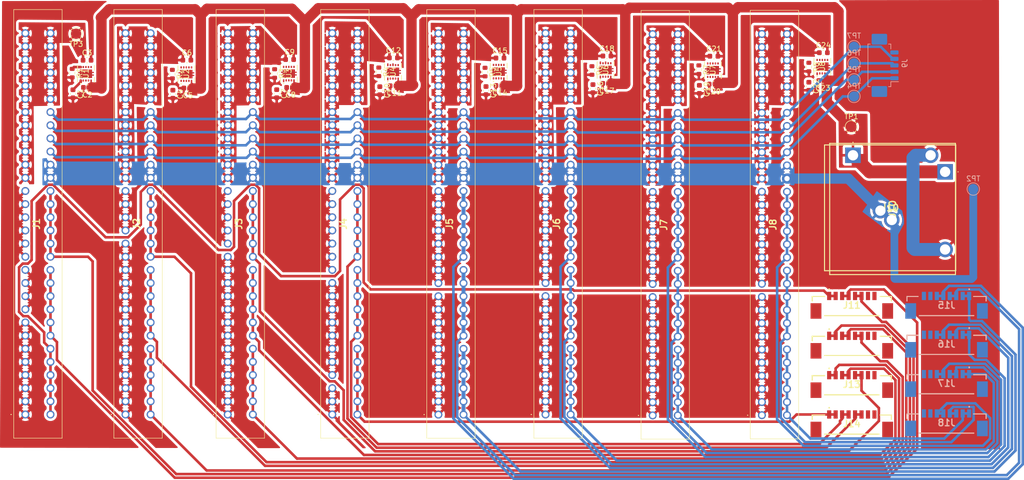
<source format=kicad_pcb>
(kicad_pcb (version 20230410) (generator pcbnew)
  (layers (0 "F.Cu" signal) (31 "B.Cu" signal) (34 "B.Paste" user) (35 "F.Paste" user) (36 "B.SilkS" user "B.Silkscreen") (37 "F.SilkS" user "F.Silkscreen") (38 "B.Mask" user) (39 "F.Mask" user) (44 "Edge.Cuts" user))
  (net 0 "")
  (net 1 "Net-(U1-DV{slash}DT)")
  (net 2 "GND")
  (net 3 "/12V")
  (net 4 "/Efuse 1/12Vout")
  (net 5 "Net-(U2-DV{slash}DT)")
  (net 6 "/Efuse 2/12Vout")
  (net 7 "Net-(U3-DV{slash}DT)")
  (net 8 "/Efuse 3/12Vout")
  (net 9 "Net-(U4-DV{slash}DT)")
  (net 10 "/Efuse 4/12Vout")
  (net 11 "Net-(U5-DV{slash}DT)")
  (net 12 "/Efuse 5/12Vout")
  (net 13 "Net-(U6-DV{slash}DT)")
  (net 14 "/Efuse 6/12Vout")
  (net 15 "Net-(U7-DV{slash}DT)")
  (net 16 "/Efuse 7/12Vout")
  (net 17 "Net-(U8-DV{slash}DT)")
  (net 18 "/Efuse 8/12Vout")
  (net 19 "/RX")
  (net 20 "/ESC1_PHASEA")
  (net 21 "/TX")
  (net 22 "/RX_1")
  (net 23 "/TX_1")
  (net 24 "/3V3")
  (net 25 "/ESC1_PHASEC")
  (net 26 "/ESC1_PHASEB")
  (net 27 "/ESC2_PHASEA")
  (net 28 "/ESC2_PHASEC")
  (net 29 "/ESC2_PHASEB")
  (net 30 "/ESC3_PHASEA")
  (net 31 "/ESC3_PHASEC")
  (net 32 "/ESC3_PHASEB")
  (net 33 "/ESC4_PHASEA")
  (net 34 "/ESC4_PHASEC")
  (net 35 "/ESC4_PHASEB")
  (net 36 "/ESC5_PHASEA")
  (net 37 "/ESC5_PHASEC")
  (net 38 "/ESC5_PHASEB")
  (net 39 "/ESC6_PHASEA")
  (net 40 "/ESC6_PHASEC")
  (net 41 "/ESC6_PHASEB")
  (net 42 "/ESC7_PHASEA")
  (net 43 "/ESC7_PHASEC")
  (net 44 "/ESC7_PHASEB")
  (net 45 "/ESC8_PHASEA")
  (net 46 "/ESC8_PHASEC")
  (net 47 "/ESC8_PHASEB")
  (net 80 "Net-(U1-ILIM)")
  (net 81 "Net-(U2-ILIM)")
  (net 82 "Net-(U3-ILIM)")
  (net 83 "Net-(U4-ILIM)")
  (net 84 "Net-(U5-ILIM)")
  (net 85 "Net-(U6-ILIM)")
  (net 86 "Net-(U7-ILIM)")
  (net 87 "Net-(U8-ILIM)")
  (footprint "Resistor_SMD:R_0603_1608Metric" (layer "F.Cu") (at 150.125 28.26 -90)
    (fp_text reference "R7")
    (fp_text value "20kΩ")
  )
  (footprint "1734260-8:17342608" (layer "F.Cu") (at 179.675 89.23)
    (fp_text reference "J13")
    (fp_text value "TE 1734260-8" hide)
  )
  (footprint "5530843-7:55308437" (layer "F.Cu") (at 99.8 94.9 90)
    (fp_text reference "J5")
    (fp_text value "5530843-7" hide)
  )
  (footprint "Capacitor_SMD:C_0603_1608Metric" (layer "F.Cu") (at 31.919999 26.432475)
    (fp_text reference "C3")
    (fp_text value "1μF")
  )
  (footprint "2606-1103:26061103020000" (layer "F.Cu") (at 197.7 48 -90)
    (fp_text reference "J10")
    (fp_text value "Wago 2606-1103" hide)
  )
  (footprint "TCKE812NA:WSON10B_TOS" (layer "F.Cu") (at 111.451001 28.640003 90)
    (fp_text reference "U5")
    (fp_text value "TCKE812NA,RF")
  )
  (footprint "Capacitor_SMD:C_0603_1608Metric" (layer "F.Cu") (at 91.2603 31.380306 180)
    (fp_text reference "C11")
    (fp_text value "1μF")
  )
  (footprint "5530843-7:55308437" (layer "F.Cu") (at 141.2 95.06 90)
    (fp_text reference "J7")
    (fp_text value "5530843-7" hide)
  )
  (footprint "5530843-7:55308437" (layer "F.Cu") (at 39.349 94.88 90)
    (fp_text reference "J2")
    (fp_text value "5530843-7" hide)
  )
  (footprint "TCKE812NA:WSON10B_TOS" (layer "F.Cu") (at 70.9 29.02 90)
    (fp_text reference "U3")
    (fp_text value "TCKE812NA,RF")
  )
  (footprint "Resistor_SMD:R_0603_1608Metric" (layer "F.Cu") (at 171.375 27.755 -90)
    (fp_text reference "R8")
    (fp_text value "20kΩ")
  )
  (footprint "Capacitor_SMD:C_0603_1608Metric" (layer "F.Cu") (at 68.560001 32.900003 -90)
    (fp_text reference "C7")
    (fp_text value "1nF")
  )
  (footprint "TCKE812NA:WSON10B_TOS" (layer "F.Cu") (at 51.1 29.12 90)
    (fp_text reference "U2")
    (fp_text value "TCKE812NA,RF")
  )
  (footprint "5530843-7:55308437" (layer "F.Cu") (at 59.1 94.88 90)
    (fp_text reference "J3")
    (fp_text value "5530843-7" hide)
  )
  (footprint "Capacitor_SMD:C_0603_1608Metric" (layer "F.Cu") (at 88.4853 32.32 -90)
    (fp_text reference "C10")
    (fp_text value "1nF")
  )
  (footprint "Resistor_SMD:R_0603_1608Metric" (layer "F.Cu") (at 29.044999 28.932475 -90)
    (fp_text reference "R1")
    (fp_text value "20kΩ")
  )
  (footprint "Capacitor_SMD:C_0603_1608Metric" (layer "F.Cu") (at 71.060001 26.300003)
    (fp_text reference "C9")
    (fp_text value "1μF")
  )
  (footprint "Capacitor_SMD:C_0603_1608Metric" (layer "F.Cu") (at 129.660298 31.919994 -90)
    (fp_text reference "C16")
    (fp_text value "1nF")
  )
  (footprint "Capacitor_SMD:C_0603_1608Metric" (layer "F.Cu") (at 111.711001 31.325006 180)
    (fp_text reference "C14")
    (fp_text value "1μF")
  )
  (footprint "TCKE812NA:WSON10B_TOS" (layer "F.Cu") (at 152.825001 28.360003 90)
    (fp_text reference "U7")
    (fp_text value "TCKE812NA,RF")
  )
  (footprint "Capacitor_SMD:C_0603_1608Metric" (layer "F.Cu") (at 51.399999 31.820003 180)
    (fp_text reference "C5")
    (fp_text value "1μF")
  )
  (footprint "Capacitor_SMD:C_0603_1608Metric" (layer "F.Cu") (at 132.335298 30.919994 180)
    (fp_text reference "C17")
    (fp_text value "1μF")
  )
  (footprint "5530843-7:55308437" (layer "F.Cu") (at 79.3 94.88 90)
    (fp_text reference "J4")
    (fp_text value "5530843-7" hide)
  )
  (footprint "TCKE812NA:WSON10B_TOS" (layer "F.Cu") (at 91.025001 28.680303 90)
    (fp_text reference "U4")
    (fp_text value "TCKE812NA,RF")
  )
  (footprint "Capacitor_SMD:C_0603_1608Metric" (layer "F.Cu") (at 91.1103 25.980306)
    (fp_text reference "C12")
    (fp_text value "1μF")
  )
  (footprint "Capacitor_SMD:C_0603_1608Metric" (layer "F.Cu") (at 51.199999 26.420003)
    (fp_text reference "C6")
    (fp_text value "1μF")
  )
  (footprint "Capacitor_SMD:C_0603_1608Metric" (layer "F.Cu") (at 29.2 32.92 -90)
    (fp_text reference "C1")
    (fp_text value "1nF")
  )
  (footprint "TCKE812NA:WSON10B_TOS" (layer "F.Cu") (at 31.699999 29.055079 90)
    (fp_text reference "U1")
    (fp_text value "TCKE812NA,RF")
  )
  (footprint "5530843-7:55308437" (layer "F.Cu") (at 20 94.88 90)
    (fp_text reference "J1")
    (fp_text value "5530843-7" hide)
  )
  (footprint "2606-1103:26061103020000" (layer "F.Cu") (at 179.9 44.8)
    (fp_text reference "J10")
    (fp_text value "Wago 2606-1103" hide)
  )
  (footprint "Capacitor_SMD:C_0603_1608Metric" (layer "F.Cu") (at 171.375 31.461006 -90)
    (fp_text reference "C22")
    (fp_text value "1nF")
  )
  (footprint "TCKE812NA:WSON10B_TOS" (layer "F.Cu") (at 132.099999 28.319997 90)
    (fp_text reference "U6")
    (fp_text value "TCKE812NA,RF")
  )
  (footprint "Resistor_SMD:R_0603_1608Metric" (layer "F.Cu") (at 48.399999 29.120003 -90)
    (fp_text reference "R2")
    (fp_text value "20kΩ")
  )
  (footprint "Capacitor_SMD:C_0603_1608Metric" (layer "F.Cu") (at 150.225 32.06 -90)
    (fp_text reference "C19")
    (fp_text value "1nF")
  )
  (footprint "Resistor_SMD:R_0603_1608Metric" (layer "F.Cu") (at 88.2853 28.680306 -90)
    (fp_text reference "R4")
    (fp_text value "20kΩ")
  )
  (footprint "1734260-8:17342608" (layer "F.Cu") (at 179.675 81.63)
    (fp_text reference "J12" hide)
    (fp_text value "TE 1734260-8" hide)
  )
  (footprint "5530843-7:55308437" (layer "F.Cu") (at 162.3 95.02 90)
    (fp_text reference "J8")
    (fp_text value "5530843-7" hide)
  )
  (footprint "Resistor_SMD:R_0603_1608Metric" (layer "F.Cu") (at 68.160001 29.000003 -90)
    (fp_text reference "R3")
    (fp_text value "20kΩ")
  )
  (footprint "Capacitor_SMD:C_0603_1608Metric" (layer "F.Cu") (at 111.7 26.02)
    (fp_text reference "C15")
    (fp_text value "1μF")
  )
  (footprint "Capacitor_SMD:C_0603_1608Metric" (layer "F.Cu") (at 71.260001 31.700003 180)
    (fp_text reference "C8")
    (fp_text value "1μF")
  )
  (footprint "TestPoint:TestPoint_Pad_D2.0mm" (layer "F.Cu") (at 179.583097 39.30368)
    (fp_text reference "TP1")
    (fp_text value "TestPoint")
  )
  (footprint "Capacitor_SMD:C_0603_1608Metric" (layer "F.Cu") (at 153.025 25.66)
    (fp_text reference "C21")
    (fp_text value "1μF")
  )
  (footprint "Resistor_SMD:R_0603_1608Metric" (layer "F.Cu") (at 129.460298 28.419994 -90)
    (fp_text reference "R6")
    (fp_text value "20kΩ")
  )
  (footprint "Capacitor_SMD:C_0603_1608Metric" (layer "F.Cu") (at 109 32.295 -90)
    (fp_text reference "C13")
    (fp_text value "1nF")
  )
  (footprint "TestPoint:TestPoint_Pad_D2.0mm" (layer "F.Cu") (at 29.8 21.32 180)
    (fp_text reference "TP3")
    (fp_text value "TestPoint")
  )
  (footprint "Capacitor_SMD:C_0603_1608Metric" (layer "F.Cu") (at 31.994998 31.695076 180)
    (fp_text reference "C2")
    (fp_text value "1μF")
  )
  (footprint "Capacitor_SMD:C_0603_1608Metric" (layer "F.Cu") (at 48.5 32.995 -90)
    (fp_text reference "C4")
    (fp_text value "1nF")
  )
  (footprint "Capacitor_SMD:C_0603_1608Metric" (layer "F.Cu") (at 152.9 31.06 180)
    (fp_text reference "C20")
    (fp_text value "1μF")
  )
  (footprint "TCKE812NA:WSON10B_TOS" (layer "F.Cu") (at 173.975001 27.681003 90)
    (fp_text reference "U8")
    (fp_text value "TCKE812NA,RF")
  )
  (footprint "Capacitor_SMD:C_0603_1608Metric" (layer "F.Cu") (at 132.360298 25.619994)
    (fp_text reference "C18")
    (fp_text value "1μF")
  )
  (footprint "1734260-8:17342608" (layer "F.Cu") (at 179.675 73.93)
    (fp_text reference "J11")
    (fp_text value "TE 1734260-8" hide)
  )
  (footprint "1734260-8:17342608" (layer "F.Cu") (at 179.675 96.83)
    (fp_text reference "J14")
    (fp_text value "TE 1734260-8" hide)
  )
  (footprint "Capacitor_SMD:C_0603_1608Metric" (layer "F.Cu") (at 174.175 24.98)
    (fp_text reference "C24")
    (fp_text value "1μF")
  )
  (footprint "Capacitor_SMD:C_0603_1608Metric" (layer "F.Cu") (at 174.075 30.38 180)
    (fp_text reference "C23")
    (fp_text value "1μF")
  )
  (footprint "Resistor_SMD:R_0603_1608Metric" (layer "F.Cu") (at 108.811001 28.725006 -90)
    (fp_text reference "R5")
    (fp_text value "20kΩ")
  )
  (footprint "5530843-7:55308437" (layer "F.Cu") (at 120.5 94.88 90)
    (fp_text reference "J6")
    (fp_text value "5530843-7" hide)
  )
  (footprint "1734260-8:17342608" (layer "B.Cu") (at 197.975 89.03 180)
    (fp_text reference "J17")
    (fp_text value "TE 1734260-8" hide)
  )
  (footprint "1734260-8:17342608" (layer "B.Cu") (at 197.975 81.43 180)
    (fp_text reference "J16")
    (fp_text value "TE 1734260-8" hide)
  )
  (footprint "TestPoint:TestPoint_Pad_D2.0mm" (layer "B.Cu") (at 180.1 23.83 180)
    (fp_text reference "TP7")
    (fp_text value "TestPoint")
  )
  (footprint "TestPoint:TestPoint_Pad_D2.0mm" (layer "B.Cu") (at 180.1 30.23 180)
    (fp_text reference "TP5")
    (fp_text value "TestPoint")
  )
  (footprint "TestPoint:TestPoint_Pad_D2.0mm" (layer "B.Cu") (at 203.14 51.32 180)
    (fp_text reference "TP2")
    (fp_text value "TestPoint")
  )
  (footprint "Connector_Molex:Molex_PicoBlade_53261-0571_1x05-1MP_P1.25mm_Horizontal" (layer "B.Cu") (at 185.5 27.43 90)
    (fp_text reference "J9")
    (fp_text value "Molex PicoBlade 53261-0571")
  )
  (footprint "TestPoint:TestPoint_Pad_D2.0mm" (layer "B.Cu") (at 180.1 27.03 180)
    (fp_text reference "TP6")
    (fp_text value "TestPoint")
  )
  (footprint "1734260-8:17342608" (layer "B.Cu") (at 197.975 96.63 180)
    (fp_text reference "J18")
    (fp_text value "TE 1734260-8" hide)
  )
  (footprint "TestPoint:TestPoint_Pad_D2.0mm" (layer "B.Cu") (at 180.1 33.43 180)
    (fp_text reference "TP4")
    (fp_text value "TestPoint")
  )
  (footprint "1734260-8:17342608" (layer "B.Cu") (at 197.975 73.93 180)
    (fp_text reference "J15")
    (fp_text value "TE 1734260-8" hide)
  )
  (segment (start 30.699998 30.355076) (end 30.699998 30.645002) (width 0.5) (layer "F.Cu") (net 1))
  (segment (start 30.699998 30.645002) (end 29.2 32.145) (width 0.5) (layer "F.Cu") (net 1))
  (segment (start 191.5 62.7) (end 191.8 63) (width 0.25) (layer "B.Cu") (net 2))
  (segment (start 191.8 63) (end 197.7 63) (width 2.5) (layer "B.Cu") (net 2))
  (segment (start 191.5 45.3) (end 192 44.8) (width 2.5) (layer "B.Cu") (net 2))
  (segment (start 192 44.8) (end 194.9 44.8) (width 2.5) (layer "B.Cu") (net 2))
  (segment (start 191.5 62.7) (end 191.5 45.3) (width 2.5) (layer "B.Cu") (net 2))
  (segment (start 177.1 17) (end 177.1 30.4) (width 2) (layer "F.Cu") (net 3))
  (segment (start 174.85 30.38) (end 174.85 34.570583) (width 2) (layer "F.Cu") (net 3))
  (segment (start 156.7 30.8) (end 153.935 30.8) (width 2) (layer "F.Cu") (net 3))
  (segment (start 112.585501 31.4) (end 112.585501 31.325006) (width 2) (layer "F.Cu") (net 3))
  (segment (start 94.9 31.2) (end 94.719694 31.380306) (width 2) (layer "F.Cu") (net 3))
  (segment (start 135.9 17.1) (end 136.7 16.3) (width 2) (layer "F.Cu") (net 3))
  (segment (start 115 31.4) (end 112.585501 31.4) (width 2) (layer "F.Cu") (net 3))
  (segment (start 32.769998 31.695076) (end 34.495076 31.695076) (width 2) (layer "F.Cu") (net 3))
  (segment (start 36.2 16.6) (end 34.6 18.2) (width 2) (layer "F.Cu") (net 3))
  (segment (start 133.209798 31) (end 133.209798 30.919994) (width 2) (layer "F.Cu") (net 3))
  (segment (start 94.6 30.9) (end 94.9 31.2) (width 2) (layer "F.Cu") (net 3))
  (segment (start 197.7 48) (end 183.1 48) (width 2.5) (layer "F.Cu") (net 3))
  (segment (start 115 17.4) (end 115 31.4) (width 2) (layer "F.Cu") (net 3))
  (segment (start 114.2 16.6) (end 115 17.4) (width 2) (layer "F.Cu") (net 3))
  (segment (start 135.9 31) (end 133.209798 31) (width 2) (layer "F.Cu") (net 3))
  (segment (start 153.935 30.8) (end 153.7745 30.9605) (width 2) (layer "F.Cu") (net 3))
  (segment (start 34.7 18.3) (end 34.7 31.9) (width 2) (layer "F.Cu") (net 3))
  (segment (start 155.8 16.3) (end 156.7 17.2) (width 2) (layer "F.Cu") (net 3))
  (segment (start 96 16.6) (end 114.2 16.6) (width 2) (layer "F.Cu") (net 3))
  (segment (start 74 31.8) (end 72.134998 31.8) (width 2) (layer "F.Cu") (net 3))
  (segment (start 115.8 16.6) (end 135.4 16.6) (width 2) (layer "F.Cu") (net 3))
  (segment (start 156.7 17.2) (end 156.7 30.8) (width 2) (layer "F.Cu") (net 3))
  (segment (start 71.5 16.5) (end 74 19) (width 2) (layer "F.Cu") (net 3))
  (segment (start 72.134501 31.799503) (end 72.134501 31.700003) (width 2) (layer "F.Cu") (net 3))
  (segment (start 94.6 18) (end 94.6 30.9) (width 2) (layer "F.Cu") (net 3))
  (segment (start 93 16.4) (end 94.6 18) (width 2) (layer "F.Cu") (net 3))
  (segment (start 153.7745 30.9605) (end 153.7745 31.06) (width 2) (layer "F.Cu") (net 3))
  (segment (start 94.6 18) (end 96 16.6) (width 2) (layer "F.Cu") (net 3))
  (segment (start 52.8 16.6) (end 36.2 16.6) (width 2) (layer "F.Cu") (net 3))
  (segment (start 157.7 16.2) (end 176.3 16.2) (width 2) (layer "F.Cu") (net 3))
  (segment (start 74 19) (end 74 31.8) (width 2) (layer "F.Cu") (net 3))
  (segment (start 135.9 17.1) (end 135.9 31) (width 2) (layer "F.Cu") (net 3))
  (segment (start 136.7 16.3) (end 155.8 16.3) (width 2) (layer "F.Cu") (net 3))
  (segment (start 74 19) (end 76.6 16.4) (width 2) (layer "F.Cu") (net 3))
  (segment (start 53.9 17.7) (end 52.8 16.6) (width 2) (layer "F.Cu") (net 3))
  (segment (start 53.9 17.7) (end 55.1 16.5) (width 2) (layer "F.Cu") (net 3))
  (segment (start 34.6 18.2) (end 34.7 18.3) (width 2) (layer "F.Cu") (net 3))
  (segment (start 94.719694 31.380306) (end 92.1348 31.380306) (width 2) (layer "F.Cu") (net 3))
  (segment (start 55.1 16.5) (end 71.5 16.5) (width 2) (layer "F.Cu") (net 3))
  (segment (start 34.495076 31.695076) (end 34.7 31.9) (width 0.25) (layer "F.Cu") (net 3))
  (segment (start 76.6 16.4) (end 93 16.4) (width 2) (layer "F.Cu") (net 3))
  (segment (start 53.9 31.9) (end 52.254996 31.9) (width 2) (layer "F.Cu") (net 3))
  (segment (start 72.134998 31.8) (end 72.134501 31.799503) (width 2) (layer "F.Cu") (net 3))
  (segment (start 115 17.4) (end 115.8 16.6) (width 2) (layer "F.Cu") (net 3))
  (segment (start 52.254996 31.9) (end 52.174999 31.820003) (width 0.25) (layer "F.Cu") (net 3))
  (segment (start 53.9 17.7) (end 53.9 31.9) (width 2) (layer "F.Cu") (net 3))
  (segment (start 177.1 30.4) (end 174.9495 30.4) (width 2) (layer "F.Cu") (net 3))
  (segment (start 183.1 48) (end 179.9 44.8) (width 2.5) (layer "F.Cu") (net 3))
  (segment (start 135.4 16.6) (end 135.9 17.1) (width 2) (layer "F.Cu") (net 3))
  (segment (start 156.7 17.2) (end 157.7 16.2) (width 2) (layer "F.Cu") (net 3))
  (segment (start 174.85 34.570583) (end 179.583097 39.30368) (width 2) (layer "F.Cu") (net 3))
  (segment (start 176.3 16.2) (end 177.1 17) (width 2) (layer "F.Cu") (net 3))
  (segment (start 174.9495 30.4) (end 174.9495 30.38) (width 2) (layer "F.Cu") (net 3))
  (segment (start 24.951 21.32) (end 24.851 21.22) (width 0.25) (layer "F.Cu") (net 4))
  (segment (start 165.9395 45.4315) (end 167.151 44.22) (width 0.5) (layer "B.Cu") (net 19))
  (segment (start 144.8395 45.4715) (end 146.051 44.26) (width 0.5) (layer "B.Cu") (net 19))
  (segment (start 84.151 44.08) (end 85.3825 45.3115) (width 0.5) (layer "B.Cu") (net 19))
  (segment (start 24.851 44.08) (end 25.9375 45.1665) (width 0.5) (layer "B.Cu") (net 19))
  (segment (start 183.6 29.93) (end 180.1 33.43) (width 0.5) (layer "B.Cu") (net 19))
  (segment (start 85.3825 45.3115) (end 103.4395 45.3115) (width 0.5) (layer "B.Cu") (net 19))
  (segment (start 105.8425 45.2915) (end 124.1395 45.2915) (width 0.5) (layer "B.Cu") (net 19))
  (segment (start 146.051 44.26) (end 147.2225 45.4315) (width 0.5) (layer "B.Cu") (net 19))
  (segment (start 43.1135 45.1665) (end 44.2 44.08) (width 0.5) (layer "B.Cu") (net 19))
  (segment (start 147.2225 45.4315) (end 165.9395 45.4315) (width 0.5) (layer "B.Cu") (net 19))
  (segment (start 103.4395 45.3115) (end 104.651 44.1) (width 0.5) (layer "B.Cu") (net 19))
  (segment (start 44.2 44.08) (end 45.4115 45.2915) (width 0.5) (layer "B.Cu") (net 19))
  (segment (start 65.1625 45.2915) (end 82.9395 45.2915) (width 0.5) (layer "B.Cu") (net 19))
  (segment (start 124.1395 45.2915) (end 125.351 44.08) (width 0.5) (layer "B.Cu") (net 19))
  (segment (start 177.941 33.43) (end 167.151 44.22) (width 0.5) (layer "B.Cu") (net 19))
  (segment (start 25.9375 45.1665) (end 43.1135 45.1665) (width 0.5) (layer "B.Cu") (net 19))
  (segment (start 187.9 29.93) (end 183.6 29.93) (width 0.5) (layer "B.Cu") (net 19))
  (segment (start 63.951 44.08) (end 65.1625 45.2915) (width 0.5) (layer "B.Cu") (net 19))
  (segment (start 126.7425 45.4715) (end 144.8395 45.4715) (width 0.5) (layer "B.Cu") (net 19))
  (segment (start 104.651 44.1) (end 105.8425 45.2915) (width 0.5) (layer "B.Cu") (net 19))
  (segment (start 180.1 33.43) (end 177.941 33.43) (width 0.5) (layer "B.Cu") (net 19))
  (segment (start 82.9395 45.2915) (end 84.151 44.08) (width 0.5) (layer "B.Cu") (net 19))
  (segment (start 45.4115 45.2915) (end 62.7395 45.2915) (width 0.5) (layer "B.Cu") (net 19))
  (segment (start 125.351 44.08) (end 126.7425 45.4715) (width 0.5) (layer "B.Cu") (net 19))
  (segment (start 62.7395 45.2915) (end 63.951 44.08) (width 0.5) (layer "B.Cu") (net 19))
  (segment (start 69.41582 68.1515) (end 65.1625 63.89818) (width 0.5) (layer "F.Cu") (net 20))
  (segment (start 20.50182 65.7285) (end 19.49818 65.7285) (width 0.5) (layer "F.Cu") (net 20))
  (segment (start 175.3 71.98) (end 174.2685 70.9485) (width 0.5) (layer "F.Cu") (net 20))
  (segment (start 86.7115 70.7115) (end 85.3625 69.3625) (width 0.5) (layer "F.Cu") (net 20))
  (segment (start 65.1625 51.19818) (end 64.45282 50.4885) (width 0.5) (layer "F.Cu") (net 20))
  (segment (start 19.49818 65.7285) (end 18.7885 66.43818) (width 0.5) (layer "F.Cu") (net 20))
  (segment (start 83.64918 50.4885) (end 80.8 53.33768) (width 0.5) (layer "F.Cu") (net 20))
  (segment (start 63.44918 50.4885) (end 60.3115 53.62618) (width 0.5) (layer "F.Cu") (net 20))
  (segment (start 80.8 53.33768) (end 80.8 67.15332) (width 0.5) (layer "F.Cu") (net 20))
  (segment (start 85.3625 51.19818) (end 84.65282 50.4885) (width 0.5) (layer "F.Cu") (net 20))
  (segment (start 125.75582 70.7115) (end 86.7115 70.7115) (width 0.5) (layer "F.Cu") (net 20))
  (segment (start 125.99282 70.9485) (end 125.75582 70.7115) (width 0.5) (layer "F.Cu") (net 20))
  (segment (start 23.6395 80.9685) (end 24.851 82.18) (width 0.5) (layer "F.Cu") (net 20))
  (segment (start 25.35282 50.4885) (end 24.34918 50.4885) (width 0.5) (layer "F.Cu") (net 20))
  (segment (start 23.6395 79.02618) (end 23.6395 80.9685) (width 0.5) (layer "F.Cu") (net 20))
  (segment (start 80.8 67.15332) (end 79.80182 68.1515) (width 0.5) (layer "F.Cu") (net 20))
  (segment (start 174.2685 70.9485) (end 125.99282 70.9485) (width 0.5) (layer "F.Cu") (net 20))
  (segment (start 24.851 94.88) (end 24.851 82.18) (width 0.5) (layer "F.Cu") (net 20))
  (segment (start 59.69032 63.1) (end 57.31332 63.1) (width 0.5) (layer "F.Cu") (net 20))
  (segment (start 21.2115 53.62618) (end 21.2115 65.01882) (width 0.5) (layer "F.Cu") (net 20))
  (segment (start 60.3115 62.47882) (end 59.69032 63.1) (width 0.5) (layer "F.Cu") (net 20))
  (segment (start 43.69818 50.4885) (end 42.3 51.88668) (width 0.5) (layer "F.Cu") (net 20))
  (segment (start 18.7885 75.06182) (end 19.61518 75.8885) (width 0.5) (layer "F.Cu") (net 20))
  (segment (start 84.65282 50.4885) (end 83.64918 50.4885) (width 0.5) (layer "F.Cu") (net 20))
  (segment (start 24.34918 50.4885) (end 21.2115 53.62618) (width 0.5) (layer "F.Cu") (net 20))
  (segment (start 39.85082 60.6485) (end 35.51282 60.6485) (width 0.5) (layer "F.Cu") (net 20))
  (segment (start 42.3 58.19932) (end 39.85082 60.6485) (width 0.5) (layer "F.Cu") (net 20))
  (segment (start 64.45282 50.4885) (end 63.44918 50.4885) (width 0.5) (layer "F.Cu") (net 20))
  (segment (start 79.80182 68.1515) (end 69.41582 68.1515) (width 0.5) (layer "F.Cu") (net 20))
  (segment (start 65.1625 63.89818) (end 65.1625 51.19818) (width 0.5) (layer "F.Cu") (net 20))
  (segment (start 18.7885 66.43818) (end 18.7885 75.06182) (width 0.5) (layer "F.Cu") (net 20))
  (segment (start 176.55 71.98) (end 175.3 71.98) (width 0.5) (layer "F.Cu") (net 20))
  (segment (start 57.31332 63.1) (end 44.70182 50.4885) (width 0.5) (layer "F.Cu") (net 20))
  (segment (start 42.3 51.88668) (end 42.3 58.19932) (width 0.5) (layer "F.Cu") (net 20))
  (segment (start 19.61518 75.8885) (end 20.50182 75.8885) (width 0.5) (layer "F.Cu") (net 20))
  (segment (start 60.3115 53.62618) (end 60.3115 62.47882) (width 0.5) (layer "F.Cu") (net 20))
  (segment (start 44.70182 50.4885) (end 43.69818 50.4885) (width 0.5) (layer "F.Cu") (net 20))
  (segment (start 85.3625 69.3625) (end 85.3625 51.19818) (width 0.5) (layer "F.Cu") (net 20))
  (segment (start 20.50182 75.8885) (end 23.6395 79.02618) (width 0.5) (layer "F.Cu") (net 20))
  (segment (start 21.2115 65.01882) (end 20.50182 65.7285) (width 0.5) (layer "F.Cu") (net 20))
  (segment (start 35.51282 60.6485) (end 25.35282 50.4885) (width 0.5) (layer "F.Cu") (net 20))
  (segment (start 84.151 41.54) (end 85.3825 42.7715) (width 0.5) (layer "B.Cu") (net 21))
  (segment (start 147.2225 42.8915) (end 165.9395 42.8915) (width 0.5) (layer "B.Cu") (net 21))
  (segment (start 103.4395 42.7715) (end 104.651 41.56) (width 0.5) (layer "B.Cu") (net 21))
  (segment (start 124.1395 42.7515) (end 125.351 41.54) (width 0.5) (layer "B.Cu") (net 21))
  (segment (start 105.8425 42.7515) (end 124.1395 42.7515) (width 0.5) (layer "B.Cu") (net 21))
  (segment (start 146.051 41.72) (end 147.2225 42.8915) (width 0.5) (layer "B.Cu") (net 21))
  (segment (start 62.6225 42.8685) (end 63.951 41.54) (width 0.5) (layer "B.Cu") (net 21))
  (segment (start 44.2 41.54) (end 45.5285 42.8685) (width 0.5) (layer "B.Cu") (net 21))
  (segment (start 178.601 30.23) (end 167.151 41.68) (width 0.5) (layer "B.Cu") (net 21))
  (segment (start 144.8395 42.9315) (end 146.051 41.72) (width 0.5) (layer "B.Cu") (net 21))
  (segment (start 180.1 30.23) (end 178.601 30.23) (width 0.5) (layer "B.Cu") (net 21))
  (segment (start 65.1625 42.7515) (end 82.9395 42.7515) (width 0.5) (layer "B.Cu") (net 21))
  (segment (start 187.9 28.68) (end 181.65 28.68) (width 0.5) (layer "B.Cu") (net 21))
  (segment (start 125.351 41.54) (end 126.7425 42.9315) (width 0.5) (layer "B.Cu") (net 21))
  (segment (start 181.65 28.68) (end 180.1 30.23) (width 0.5) (layer "B.Cu") (net 21))
  (segment (start 25.9375 42.6265) (end 43.1135 42.6265) (width 0.5) (layer "B.Cu") (net 21))
  (segment (start 104.651 41.56) (end 105.8425 42.7515) (width 0.5) (layer "B.Cu") (net 21))
  (segment (start 85.3825 42.7715) (end 103.4395 42.7715) (width 0.5) (layer "B.Cu") (net 21))
  (segment (start 63.951 41.54) (end 65.1625 42.7515) (width 0.5) (layer "B.Cu") (net 21))
  (segment (start 82.9395 42.7515) (end 84.151 41.54) (width 0.5) (layer "B.Cu") (net 21))
  (segment (start 24.851 41.54) (end 25.9375 42.6265) (width 0.5) (layer "B.Cu") (net 21))
  (segment (start 43.1135 42.6265) (end 44.2 41.54) (width 0.5) (layer "B.Cu") (net 21))
  (segment (start 45.5285 42.8685) (end 62.6225 42.8685) (width 0.5) (layer "B.Cu") (net 21))
  (segment (start 126.7425 42.9315) (end 144.8395 42.9315) (width 0.5) (layer "B.Cu") (net 21))
  (segment (start 165.9395 42.8915) (end 167.151 41.68) (width 0.5) (layer "B.Cu") (net 21))
  (segment (start 187.5 27.03) (end 180.1 27.03) (width 0.5) (layer "B.Cu") (net 22))
  (segment (start 147.2225 40.3515) (end 165.9395 40.3515) (width 0.5) (layer "B.Cu") (net 22))
  (segment (start 63.951 39) (end 65.2795 40.3285) (width 0.5) (layer "B.Cu") (net 22))
  (segment (start 43.1135 40.0865) (end 44.2 39) (width 0.5) (layer "B.Cu") (net 22))
  (segment (start 104.651 39.02) (end 105.8425 40.2115) (width 0.5) (layer "B.Cu") (net 22))
  (segment (start 25.9375 40.0865) (end 43.1135 40.0865) (width 0.5) (layer "B.Cu") (net 22))
  (segment (start 103.4395 40.2315) (end 104.651 39.02) (width 0.5) (layer "B.Cu") (net 22))
  (segment (start 62.6225 40.3285) (end 63.951 39) (width 0.5) (layer "B.Cu") (net 22))
  (segment (start 187.9 27.43) (end 187.5 27.03) (width 0.5) (layer "B.Cu") (net 22))
  (segment (start 125.351 39) (end 126.7425 40.3915) (width 0.5) (layer "B.Cu") (net 22))
  (segment (start 65.2795 40.3285) (end 82.8225 40.3285) (width 0.5) (layer "B.Cu") (net 22))
  (segment (start 167.99 39.14) (end 167.151 39.14) (width 0.5) (layer "B.Cu") (net 22))
  (segment (start 44.2 39) (end 45.5285 40.3285) (width 0.5) (layer "B.Cu") (net 22))
  (segment (start 105.8425 40.2115) (end 124.1395 40.2115) (width 0.5) (layer "B.Cu") (net 22))
  (segment (start 45.5285 40.3285) (end 62.6225 40.3285) (width 0.5) (layer "B.Cu") (net 22))
  (segment (start 24.851 39) (end 25.9375 40.0865) (width 0.5) (layer "B.Cu") (net 22))
  (segment (start 144.8395 40.3915) (end 146.051 39.18) (width 0.5) (layer "B.Cu") (net 22))
  (segment (start 126.7425 40.3915) (end 144.8395 40.3915) (width 0.5) (layer "B.Cu") (net 22))
  (segment (start 84.151 39) (end 85.3825 40.2315) (width 0.5) (layer "B.Cu") (net 22))
  (segment (start 165.9395 40.3515) (end 167.151 39.14) (width 0.5) (layer "B.Cu") (net 22))
  (segment (start 124.1395 40.2115) (end 125.351 39) (width 0.5) (layer "B.Cu") (net 22))
  (segment (start 82.8225 40.3285) (end 84.151 39) (width 0.5) (layer "B.Cu") (net 22))
  (segment (start 85.3825 40.2315) (end 103.4395 40.2315) (width 0.5) (layer "B.Cu") (net 22))
  (segment (start 180.1 27.03) (end 167.99 39.14) (width 0.5) (layer "B.Cu") (net 22))
  (segment (start 146.051 39.18) (end 147.2225 40.3515) (width 0.5) (layer "B.Cu") (net 22))
  (segment (start 147.3395 37.9285) (end 165.8225 37.9285) (width 0.5) (layer "B.Cu") (net 23))
  (segment (start 187.608245 26.18) (end 185.258245 23.83) (width 0.5) (layer "B.Cu") (net 23))
  (segment (start 105.8425 37.6715) (end 124.1395 37.6715) (width 0.5) (layer "B.Cu") (net 23))
  (segment (start 26.3045 37.9135) (end 42.7465 37.9135) (width 0.5) (layer "B.Cu") (net 23))
  (segment (start 185.258245 23.83) (end 180.1 23.83) (width 0.5) (layer "B.Cu") (net 23))
  (segment (start 45.5285 37.7885) (end 62.6225 37.7885) (width 0.5) (layer "B.Cu") (net 23))
  (segment (start 62.6225 37.7885) (end 63.951 36.46) (width 0.5) (layer "B.Cu") (net 23))
  (segment (start 144.8395 37.8515) (end 146.051 36.64) (width 0.5) (layer "B.Cu") (net 23))
  (segment (start 103.3225 37.8085) (end 104.651 36.48) (width 0.5) (layer "B.Cu") (net 23))
  (segment (start 63.951 36.46) (end 65.2795 37.7885) (width 0.5) (layer "B.Cu") (net 23))
  (segment (start 84.151 36.46) (end 85.4995 37.8085) (width 0.5) (layer "B.Cu") (net 23))
  (segment (start 126.7425 37.8515) (end 144.8395 37.8515) (width 0.5) (layer "B.Cu") (net 23))
  (segment (start 125.351 36.46) (end 126.7425 37.8515) (width 0.5) (layer "B.Cu") (net 23))
  (segment (start 85.4995 37.8085) (end 103.3225 37.8085) (width 0.5) (layer "B.Cu") (net 23))
  (segment (start 187.9 26.18) (end 187.608245 26.18) (width 0.25) (layer "B.Cu") (net 23))
  (segment (start 146.051 36.64) (end 147.3395 37.9285) (width 0.5) (layer "B.Cu") (net 23))
  (segment (start 24.851 36.46) (end 26.3045 37.9135) (width 0.5) (layer "B.Cu") (net 23))
  (segment (start 82.8225 37.7885) (end 84.151 36.46) (width 0.5) (layer "B.Cu") (net 23))
  (segment (start 44.2 36.46) (end 45.5285 37.7885) (width 0.5) (layer "B.Cu") (net 23))
  (segment (start 165.8225 37.9285) (end 167.151 36.6) (width 0.5) (layer "B.Cu") (net 23))
  (segment (start 167.33 36.6) (end 167.151 36.6) (width 0.5) (layer "B.Cu") (net 23))
  (segment (start 65.2795 37.7885) (end 82.8225 37.7885) (width 0.5) (layer "B.Cu") (net 23))
  (segment (start 42.7465 37.9135) (end 44.2 36.46) (width 0.5) (layer "B.Cu") (net 23))
  (segment (start 180.1 23.83) (end 167.33 36.6) (width 0.5) (layer "B.Cu") (net 23))
  (segment (start 124.1395 37.6715) (end 125.351 36.46) (width 0.5) (layer "B.Cu") (net 23))
  (segment (start 104.651 36.48) (end 105.8425 37.6715) (width 0.5) (layer "B.Cu") (net 23))
  (segment (start 187.9 57.52) (end 187.9 68.6) (width 1.5) (layer "B.Cu") (net 24))
  (segment (start 202.8 68.7) (end 203.14 68.36) (width 1.5) (layer "B.Cu") (net 24))
  (segment (start 187.9 68.6) (end 188 68.7) (width 0.25) (layer "B.Cu") (net 24))
  (segment (start 203.14 68.36) (end 203.14 51.32) (width 1.5) (layer "B.Cu") (net 24))
  (segment (start 179 49.3) (end 185.2 55.5) (width 2) (layer "B.Cu") (net 24))
  (segment (start 188 68.7) (end 202.8 68.7) (width 1.5) (layer "B.Cu") (net 24))
  (segment (start 167.151 49.3) (end 179 49.3) (width 2) (layer "B.Cu") (net 24))
  (segment (start 33 90.24432) (end 33 65.3) (width 0.5) (layer "F.Cu") (net 25))
  (segment (start 191.597 101.17821) (end 186.37571 106.3995) (width 0.5) (layer "F.Cu") (net 25))
  (segment (start 181.55 73.0495) (end 185.5015 77.001) (width 0.5) (layer "F.Cu") (net 25))
  (segment (start 49.15518 106.3995) (end 33 90.24432) (width 0.5) (layer "F.Cu") (net 25))
  (segment (start 33 65.3) (end 32.1 64.4) (width 0.5) (layer "F.Cu") (net 25))
  (segment (start 32.1 64.4) (end 24.851 64.4) (width 0.5) (layer "F.Cu") (net 25))
  (segment (start 181.55 71.98) (end 180.3 71.98) (width 0.5) (layer "F.Cu") (net 25))
  (segment (start 24.851 64.4) (end 24.851 51.7) (width 0.5) (layer "F.Cu") (net 25))
  (segment (start 181.55 71.98) (end 181.55 73.0495) (width 0.5) (layer "F.Cu") (net 25))
  (segment (start 185.5015 77.001) (end 186.279484 77.001) (width 0.5) (layer "F.Cu") (net 25))
  (segment (start 186.37571 106.3995) (end 49.15518 106.3995) (width 0.5) (layer "F.Cu") (net 25))
  (segment (start 191.597 82.318516) (end 191.597 101.17821) (width 0.5) (layer "F.Cu") (net 25))
  (segment (start 186.279484 77.001) (end 191.597 82.318516) (width 0.5) (layer "F.Cu") (net 25))
  (segment (start 192.2965 101.467952) (end 186.664452 107.1) (width 0.5) (layer "F.Cu") (net 26))
  (segment (start 179.05 71.98) (end 177.8 71.98) (width 0.5) (layer "F.Cu") (net 26))
  (segment (start 185.8995 70.7305) (end 192.2965 77.1275) (width 0.5) (layer "F.Cu") (net 26))
  (segment (start 186.664452 107.1) (end 48.866438 107.1) (width 0.5) (layer "F.Cu") (net 26))
  (segment (start 48.866438 107.1) (end 26.1 84.333562) (width 0.5) (layer "F.Cu") (net 26))
  (segment (start 179.4505 70.7305) (end 185.8995 70.7305) (width 0.5) (layer "F.Cu") (net 26))
  (segment (start 192.2965 77.1275) (end 192.2965 101.467952) (width 0.5) (layer "F.Cu") (net 26))
  (segment (start 26.1 80.889) (end 24.851 79.64) (width 0.5) (layer "F.Cu") (net 26))
  (segment (start 24.851 79.64) (end 24.851 66.94) (width 0.5) (layer "F.Cu") (net 26))
  (segment (start 26.1 84.333562) (end 26.1 80.889) (width 0.5) (layer "F.Cu") (net 26))
  (segment (start 179.05 71.131) (end 179.4505 70.7305) (width 0.5) (layer "F.Cu") (net 26))
  (segment (start 179.05 71.98) (end 179.05 71.131) (width 0.5) (layer "F.Cu") (net 26))
  (segment (start 176.55 79.68) (end 175.3 79.68) (width 0.5) (layer "F.Cu") (net 27))
  (segment (start 44.2 94.88) (end 44.2 82.18) (width 0.5) (layer "F.Cu") (net 27))
  (segment (start 55.02 105.7) (end 44.2 94.88) (width 0.5) (layer "F.Cu") (net 27))
  (segment (start 185.989742 77.7005) (end 190.8975 82.608258) (width 0.5) (layer "F.Cu") (net 27))
  (segment (start 177.6805 77.7005) (end 185.989742 77.7005) (width 0.5) (layer "F.Cu") (net 27))
  (segment (start 176.55 78.831) (end 177.6805 77.7005) (width 0.5) (layer "F.Cu") (net 27))
  (segment (start 176.55 79.68) (end 176.55 78.831) (width 0.5) (layer "F.Cu") (net 27))
  (segment (start 190.8975 100.888468) (end 186.085968 105.7) (width 0.5) (layer "F.Cu") (net 27))
  (segment (start 190.8975 82.608258) (end 190.8975 100.888468) (width 0.5) (layer "F.Cu") (net 27))
  (segment (start 186.085968 105.7) (end 55.02 105.7) (width 0.5) (layer "F.Cu") (net 27))
  (segment (start 44.2 64.4) (end 44.2 51.7) (width 0.5) (layer "F.Cu") (net 28))
  (segment (start 66.5975 104.0975) (end 52 89.5) (width 0.5) (layer "F.Cu") (net 28))
  (segment (start 52 89.5) (end 52 67.6) (width 0.5) (layer "F.Cu") (net 28))
  (segment (start 181.55 79.68) (end 180.3 79.68) (width 0.5) (layer "F.Cu") (net 28))
  (segment (start 186.489242 84.6) (end 189.4985 87.609258) (width 0.5) (layer "F.Cu") (net 28))
  (segment (start 185.171 84.6) (end 186.489242 84.6) (width 0.5) (layer "F.Cu") (net 28))
  (segment (start 48.8 64.4) (end 44.2 64.4) (width 0.5) (layer "F.Cu") (net 28))
  (segment (start 185.709984 104.0975) (end 66.5975 104.0975) (width 0.5) (layer "F.Cu") (net 28))
  (segment (start 181.55 79.68) (end 181.55 80.979) (width 0.5) (layer "F.Cu") (net 28))
  (segment (start 189.4985 87.609258) (end 189.4985 100.308984) (width 0.5) (layer "F.Cu") (net 28))
  (segment (start 52 67.6) (end 48.8 64.4) (width 0.5) (layer "F.Cu") (net 28))
  (segment (start 181.55 80.979) (end 185.171 84.6) (width 0.5) (layer "F.Cu") (net 28))
  (segment (start 189.4985 100.308984) (end 185.709984 104.0975) (width 0.5) (layer "F.Cu") (net 28))
  (segment (start 66.307758 104.797) (end 45.4115 83.900742) (width 0.5) (layer "F.Cu") (net 29))
  (segment (start 179.05 78.831) (end 179.481 78.4) (width 0.5) (layer "F.Cu") (net 29))
  (segment (start 185.7 78.4) (end 190.198 82.898) (width 0.5) (layer "F.Cu") (net 29))
  (segment (start 190.198 100.598726) (end 185.999726 104.797) (width 0.5) (layer "F.Cu") (net 29))
  (segment (start 45.4115 80.8515) (end 44.2 79.64) (width 0.5) (layer "F.Cu") (net 29))
  (segment (start 179.05 79.68) (end 177.8 79.68) (width 0.5) (layer "F.Cu") (net 29))
  (segment (start 185.999726 104.797) (end 66.307758 104.797) (width 0.5) (layer "F.Cu") (net 29))
  (segment (start 44.2 79.64) (end 44.2 66.94) (width 0.5) (layer "F.Cu") (net 29))
  (segment (start 45.4115 83.900742) (end 45.4115 80.8515) (width 0.5) (layer "F.Cu") (net 29))
  (segment (start 190.198 82.898) (end 190.198 100.598726) (width 0.5) (layer "F.Cu") (net 29))
  (segment (start 179.05 79.68) (end 179.05 78.831) (width 0.5) (layer "F.Cu") (net 29))
  (segment (start 179.481 78.4) (end 185.7 78.4) (width 0.5) (layer "F.Cu") (net 29))
  (segment (start 63.951 94.88) (end 63.951 82.18) (width 0.5) (layer "F.Cu") (net 30))
  (segment (start 176.55 85.98) (end 177.23 85.3) (width 0.5) (layer "F.Cu") (net 30))
  (segment (start 176.55 87.28) (end 176.55 85.98) (width 0.5) (layer "F.Cu") (net 30))
  (segment (start 188.799 100.019242) (end 185.420242 103.398) (width 0.5) (layer "F.Cu") (net 30))
  (segment (start 177.23 85.3) (end 186.2 85.3) (width 0.5) (layer "F.Cu") (net 30))
  (segment (start 185.420242 103.398) (end 72.469 103.398) (width 0.5) (layer "F.Cu") (net 30))
  (segment (start 188.799 87.899) (end 188.799 100.019242) (width 0.5) (layer "F.Cu") (net 30))
  (segment (start 186.2 85.3) (end 188.799 87.899) (width 0.5) (layer "F.Cu") (net 30))
  (segment (start 176.55 87.28) (end 175.3 87.28) (width 0.5) (layer "F.Cu") (net 30))
  (segment (start 72.469 103.398) (end 63.951 94.88) (width 0.5) (layer "F.Cu") (net 30))
  (segment (start 184.8995 96.1295) (end 179.03 101.999) (width 0.5) (layer "F.Cu") (net 31))
  (segment (start 79.7715 88.4715) (end 78.79818 88.4715) (width 0.5) (layer "F.Cu") (net 31))
  (segment (start 87.578196 101.999) (end 81.5 95.920804) (width 0.5) (layer "F.Cu") (net 31))
  (segment (start 184.8995 93.6305) (end 184.8995 96.1295) (width 0.5) (layer "F.Cu") (net 31))
  (segment (start 181.55 90.281) (end 184.8995 93.6305) (width 0.5) (layer "F.Cu") (net 31))
  (segment (start 65.3 74.97332) (end 65.3 65.749) (width 0.5) (layer "F.Cu") (net 31))
  (segment (start 179.03 101.999) (end 87.578196 101.999) (width 0.5) (layer "F.Cu") (net 31))
  (segment (start 78.79818 88.4715) (end 65.3 74.97332) (width 0.5) (layer "F.Cu") (net 31))
  (segment (start 181.55 87.28) (end 180.3 87.28) (width 0.5) (layer "F.Cu") (net 31))
  (segment (start 81.5 95.920804) (end 81.5 90.2) (width 0.5) (layer "F.Cu") (net 31))
  (segment (start 65.3 65.749) (end 63.951 64.4) (width 0.5) (layer "F.Cu") (net 31))
  (segment (start 63.951 64.4) (end 63.951 51.7) (width 0.5) (layer "F.Cu") (net 31))
  (segment (start 81.5 90.2) (end 79.7715 88.4715) (width 0.5) (layer "F.Cu") (net 31))
  (segment (start 181.55 87.28) (end 181.55 90.281) (width 0.5) (layer "F.Cu") (net 31))
  (segment (start 188.0995 88.2305) (end 188.0995 99.7295) (width 0.5) (layer "F.Cu") (net 32))
  (segment (start 185.8995 86.0305) (end 188.0995 88.2305) (width 0.5) (layer "F.Cu") (net 32))
  (segment (start 179.05 86.431) (end 179.4505 86.0305) (width 0.5) (layer "F.Cu") (net 32))
  (segment (start 63.951 79.64) (end 63.951 66.94) (width 0.5) (layer "F.Cu") (net 32))
  (segment (start 65.1625 80.8515) (end 63.951 79.64) (width 0.5) (layer "F.Cu") (net 32))
  (segment (start 188.0995 99.7295) (end 185.1305 102.6985) (width 0.5) (layer "F.Cu") (net 32))
  (segment (start 65.1625 82.45582) (end 65.1625 80.8515) (width 0.5) (layer "F.Cu") (net 32))
  (segment (start 85.40518 102.6985) (end 65.1625 82.45582) (width 0.5) (layer "F.Cu") (net 32))
  (segment (start 179.05 87.28) (end 179.05 86.431) (width 0.5) (layer "F.Cu") (net 32))
  (segment (start 179.4505 86.0305) (end 185.8995 86.0305) (width 0.5) (layer "F.Cu") (net 32))
  (segment (start 179.05 87.28) (end 177.8 87.28) (width 0.5) (layer "F.Cu") (net 32))
  (segment (start 185.1305 102.6985) (end 85.40518 102.6985) (width 0.5) (layer "F.Cu") (net 32))
  (segment (start 169.00432 94.88) (end 167.61282 96.2715) (width 0.5) (layer "F.Cu") (net 33))
  (segment (start 167.61282 96.2715) (end 85.5425 96.2715) (width 0.5) (layer "F.Cu") (net 33))
  (segment (start 175.3 94.88) (end 169.00432 94.88) (width 0.5) (layer "F.Cu") (net 33))
  (segment (start 176.55 94.88) (end 175.3 94.88) (width 0.5) (layer "F.Cu") (net 33))
  (segment (start 85.5425 96.2715) (end 84.151 94.88) (width 0.5) (layer "F.Cu") (net 33))
  (segment (start 84.151 94.88) (end 84.151 82.18) (width 0.5) (layer "F.Cu") (net 33))
  (segment (start 82.24 95.671562) (end 82.24 66.311) (width 0.5) (layer "F.Cu") (net 34))
  (segment (start 82.24 66.311) (end 84.151 64.4) (width 0.5) (layer "F.Cu") (net 34))
  (segment (start 180.3 95.729) (end 174.7295 101.2995) (width 0.5) (layer "F.Cu") (net 34))
  (segment (start 174.7295 101.2995) (end 87.867938 101.2995) (width 0.5) (layer "F.Cu") (net 34))
  (segment (start 180.3 94.88) (end 180.3 95.729) (width 0.5) (layer "F.Cu") (net 34))
  (segment (start 87.867938 101.2995) (end 82.24 95.671562) (width 0.5) (layer "F.Cu") (net 34))
  (segment (start 181.55 94.88) (end 180.3 94.88) (width 0.5) (layer "F.Cu") (net 34))
  (segment (start 84.151 64.4) (end 84.151 51.7) (width 0.5) (layer "F.Cu") (net 34))
  (segment (start 179.05 94.88) (end 177.8 94.88) (width 0.5) (layer "F.Cu") (net 35))
  (segment (start 177.8 94.88) (end 177.8 95.729) (width 0.5) (layer "F.Cu") (net 35))
  (segment (start 82.9395 95.38182) (end 82.9395 80.8515) (width 0.5) (layer "F.Cu") (net 35))
  (segment (start 84.151 79.64) (end 84.151 66.94) (width 0.5) (layer "F.Cu") (net 35))
  (segment (start 177.8 95.729) (end 177.3995 96.1295) (width 0.5) (layer "F.Cu") (net 35))
  (segment (start 177.3995 96.1295) (end 177.3995 96.5795) (width 0.5) (layer "F.Cu") (net 35))
  (segment (start 177.3995 96.5795) (end 173.379 100.6) (width 0.5) (layer "F.Cu") (net 35))
  (segment (start 88.15768 100.6) (end 82.9395 95.38182) (width 0.5) (layer "F.Cu") (net 35))
  (segment (start 173.379 100.6) (end 88.15768 100.6) (width 0.5) (layer "F.Cu") (net 35))
  (segment (start 82.9395 80.8515) (end 84.151 79.64) (width 0.5) (layer "F.Cu") (net 35))
  (segment (start 211.298 83.308758) (end 211.298 101.837452) (width 0.5) (layer "B.Cu") (net 36))
  (segment (start 204.820742 76.8315) (end 211.298 83.308758) (width 0.5) (layer "B.Cu") (net 36))
  (segment (start 104.651 94.9) (end 104.651 82.2) (width 0.75) (layer "B.Cu") (net 36))
  (segment (start 115.649 105.898) (end 104.651 94.9) (width 0.5) (layer "B.Cu") (net 36))
  (segment (start 207.237452 105.898) (end 115.649 105.898) (width 0.5) (layer "B.Cu") (net 36))
  (segment (start 201.1 71.98) (end 202.35 71.98) (width 0.5) (layer "B.Cu") (net 36))
  (segment (start 211.298 101.837452) (end 207.237452 105.898) (width 0.5) (layer "B.Cu") (net 36))
  (segment (start 202.6315 76.8315) (end 204.820742 76.8315) (width 0.5) (layer "B.Cu") (net 36))
  (segment (start 202.35 76.55) (end 202.6315 76.8315) (width 0.5) (layer "B.Cu") (net 36))
  (segment (start 202.35 71.98) (end 202.35 76.55) (width 0.5) (layer "B.Cu") (net 36))
  (segment (start 204.620242 70.031) (end 212.7 78.110758) (width 0.5) (layer "B.Cu") (net 37))
  (segment (start 197.35 71.98) (end 196.1 71.98) (width 0.5) (layer "B.Cu") (net 37))
  (segment (start 198.45 70.031) (end 204.620242 70.031) (width 0.5) (layer "B.Cu") (net 37))
  (segment (start 102.7 66.371) (end 104.651 64.42) (width 0.5) (layer "B.Cu") (net 37))
  (segment (start 114.345438 107.297) (end 102.7 95.651562) (width 0.5) (layer "B.Cu") (net 37))
  (segment (start 197.35 71.131) (end 198.45 70.031) (width 0.5) (layer "B.Cu") (net 37))
  (segment (start 209.892242 107.297) (end 114.345438 107.297) (width 0.5) (layer "B.Cu") (net 37))
  (segment (start 102.7 95.651562) (end 102.7 66.371) (width 0.5) (layer "B.Cu") (net 37))
  (segment (start 212.7 78.110758) (end 212.7 104.489242) (width 0.5) (layer "B.Cu") (net 37))
  (segment (start 212.7 104.489242) (end 209.892242 107.297) (width 0.5) (layer "B.Cu") (net 37))
  (segment (start 104.651 64.42) (end 104.651 51.72) (width 0.75) (layer "B.Cu") (net 37))
  (segment (start 197.35 71.98) (end 197.35 71.131) (width 0.5) (layer "B.Cu") (net 37))
  (segment (start 211.9975 78.3975) (end 211.9975 104.2025) (width 0.5) (layer "B.Cu") (net 38))
  (segment (start 199.85 71.98) (end 198.6 71.98) (width 0.5) (layer "B.Cu") (net 38))
  (segment (start 199.85 71.131) (end 200.2505 70.7305) (width 0.5) (layer "B.Cu") (net 38))
  (segment (start 204.3305 70.7305) (end 211.9975 78.3975) (width 0.5) (layer "B.Cu") (net 38))
  (segment (start 209.6025 106.5975) (end 114.63518 106.5975) (width 0.5) (layer "B.Cu") (net 38))
  (segment (start 114.63518 106.5975) (end 103.4395 95.40182) (width 0.5) (layer "B.Cu") (net 38))
  (segment (start 199.85 71.98) (end 199.85 71.131) (width 0.5) (layer "B.Cu") (net 38))
  (segment (start 104.651 79.66) (end 104.651 66.96) (width 0.75) (layer "B.Cu") (net 38))
  (segment (start 200.2505 70.7305) (end 204.3305 70.7305) (width 0.5) (layer "B.Cu") (net 38))
  (segment (start 103.4395 95.40182) (end 103.4395 80.8715) (width 0.5) (layer "B.Cu") (net 38))
  (segment (start 211.9975 104.2025) (end 209.6025 106.5975) (width 0.5) (layer "B.Cu") (net 38))
  (segment (start 103.4395 80.8715) (end 104.651 79.66) (width 0.5) (layer "B.Cu") (net 38))
  (segment (start 125.351 94.88) (end 125.351 82.18) (width 0.5) (layer "B.Cu") (net 39))
  (segment (start 134.2705 103.7995) (end 125.351 94.88) (width 0.5) (layer "B.Cu") (net 39))
  (segment (start 203.4005 84.3295) (end 205.666226 84.3295) (width 0.5) (layer "B.Cu") (net 39))
  (segment (start 202.35 79.48) (end 201.1 79.48) (width 0.5) (layer "B.Cu") (net 39))
  (segment (start 209.1995 100.968226) (end 206.368226 103.7995) (width 0.5) (layer "B.Cu") (net 39))
  (segment (start 205.666226 84.3295) (end 209.1995 87.862774) (width 0.5) (layer "B.Cu") (net 39))
  (segment (start 202.35 79.48) (end 202.35 83.279) (width 0.5) (layer "B.Cu") (net 39))
  (segment (start 202.35 83.279) (end 203.4005 84.3295) (width 0.5) (layer "B.Cu") (net 39))
  (segment (start 206.368226 103.7995) (end 134.2705 103.7995) (width 0.5) (layer "B.Cu") (net 39))
  (segment (start 209.1995 87.862774) (end 209.1995 100.968226) (width 0.5) (layer "B.Cu") (net 39))
  (segment (start 206.94771 105.1985) (end 132.966938 105.1985) (width 0.5) (layer "B.Cu") (net 40))
  (segment (start 197.35 79.48) (end 197.35 78.631) (width 0.5) (layer "B.Cu") (net 40))
  (segment (start 210.5985 101.54771) (end 206.94771 105.1985) (width 0.5) (layer "B.Cu") (net 40))
  (segment (start 197.35 79.48) (end 196.1 79.48) (width 0.5) (layer "B.Cu") (net 40))
  (segment (start 123.4 66.351) (end 125.351 64.4) (width 0.5) (layer "B.Cu") (net 40))
  (segment (start 204.531 77.531) (end 210.5985 83.5985) (width 0.5) (layer "B.Cu") (net 40))
  (segment (start 198.45 77.531) (end 204.531 77.531) (width 0.5) (layer "B.Cu") (net 40))
  (segment (start 132.966938 105.1985) (end 123.4 95.631562) (width 0.5) (layer "B.Cu") (net 40))
  (segment (start 123.4 95.631562) (end 123.4 66.351) (width 0.5) (layer "B.Cu") (net 40))
  (segment (start 197.35 78.631) (end 198.45 77.531) (width 0.5) (layer "B.Cu") (net 40))
  (segment (start 210.5985 83.5985) (end 210.5985 101.54771) (width 0.5) (layer "B.Cu") (net 40))
  (segment (start 125.351 64.4) (end 125.351 51.7) (width 0.5) (layer "B.Cu") (net 40))
  (segment (start 204.1995 78.2305) (end 209.899 83.93) (width 0.5) (layer "B.Cu") (net 41))
  (segment (start 209.899 83.93) (end 209.899 101.257968) (width 0.5) (layer "B.Cu") (net 41))
  (segment (start 133.25668 104.499) (end 124.1395 95.38182) (width 0.5) (layer "B.Cu") (net 41))
  (segment (start 124.1395 95.38182) (end 124.1395 80.8515) (width 0.5) (layer "B.Cu") (net 41))
  (segment (start 199.85 79.48) (end 199.85 78.631) (width 0.5) (layer "B.Cu") (net 41))
  (segment (start 200.2505 78.2305) (end 204.1995 78.2305) (width 0.5) (layer "B.Cu") (net 41))
  (segment (start 199.85 79.48) (end 198.6 79.48) (width 0.5) (layer "B.Cu") (net 41))
  (segment (start 199.85 78.631) (end 200.2505 78.2305) (width 0.5) (layer "B.Cu") (net 41))
  (segment (start 124.1395 80.8515) (end 125.351 79.64) (width 0.5) (layer "B.Cu") (net 41))
  (segment (start 125.351 79.64) (end 125.351 66.94) (width 0.5) (layer "B.Cu") (net 41))
  (segment (start 206.657968 104.499) (end 133.25668 104.499) (width 0.5) (layer "B.Cu") (net 41))
  (segment (start 209.899 101.257968) (end 206.657968 104.499) (width 0.5) (layer "B.Cu") (net 41))
  (segment (start 207.099 88.73) (end 207.099 100.101) (width 0.5) (layer "B.Cu") (net 42))
  (segment (start 202.35 87.08) (end 201.1 87.08) (width 0.5) (layer "B.Cu") (net 42))
  (segment (start 205.572 101.628) (end 152.619 101.628) (width 0.5) (layer "B.Cu") (net 42))
  (segment (start 201.1 87.08) (end 205.449 87.08) (width 0.5) (layer "B.Cu") (net 42))
  (segment (start 207.099 100.101) (end 205.572 101.628) (width 0.5) (layer "B.Cu") (net 42))
  (segment (start 152.619 101.628) (end 146.051 95.06) (width 0.5) (layer "B.Cu") (net 42))
  (segment (start 146.051 95.06) (end 146.051 82.36) (width 0.5) (layer "B.Cu") (net 42))
  (segment (start 205.449 87.08) (end 207.099 88.73) (width 0.5) (layer "B.Cu") (net 42))
  (segment (start 208.5 100.678484) (end 206.078484 103.1) (width 0.5) (layer "B.Cu") (net 43))
  (segment (start 208.5 88.152516) (end 208.5 100.678484) (width 0.5) (layer "B.Cu") (net 43))
  (segment (start 197.35 87.08) (end 197.35 86.231) (width 0.5) (layer "B.Cu") (net 43))
  (segment (start 198.5005 85.0805) (end 205.427984 85.0805) (width 0.5) (layer "B.Cu") (net 43))
  (segment (start 197.35 86.231) (end 198.5005 85.0805) (width 0.5) (layer "B.Cu") (net 43))
  (segment (start 151.388438 103.1) (end 144.14 95.851562) (width 0.5) (layer "B.Cu") (net 43))
  (segment (start 205.427984 85.0805) (end 208.5 88.152516) (width 0.5) (layer "B.Cu") (net 43))
  (segment (start 206.078484 103.1) (end 151.388438 103.1) (width 0.5) (layer "B.Cu") (net 43))
  (segment (start 146.051 64.58) (end 146.051 51.88) (width 0.5) (layer "B.Cu") (net 43))
  (segment (start 144.14 66.491) (end 146.051 64.58) (width 0.5) (layer "B.Cu") (net 43))
  (segment (start 144.14 95.851562) (end 144.14 66.491) (width 0.5) (layer "B.Cu") (net 43))
  (segment (start 197.35 87.08) (end 196.1 87.08) (width 0.5) (layer "B.Cu") (net 43))
  (segment (start 144.8395 81.0315) (end 146.051 79.82) (width 0.5) (layer "B.Cu") (net 44))
  (segment (start 207.8 88.441758) (end 207.8 100.389242) (width 0.5) (layer "B.Cu") (net 44))
  (segment (start 199.85 85.78) (end 205.138242 85.78) (width 0.5) (layer "B.Cu") (net 44))
  (segment (start 146.051 79.82) (end 146.051 67.12) (width 0.5) (layer "B.Cu") (net 44))
  (segment (start 205.138242 85.78) (end 207.8 88.441758) (width 0.5) (layer "B.Cu") (net 44))
  (segment (start 207.8 100.389242) (end 205.861742 102.3275) (width 0.5) (layer "B.Cu") (net 44))
  (segment (start 151.60518 102.3275) (end 144.8395 95.56182) (width 0.5) (layer "B.Cu") (net 44))
  (segment (start 205.861742 102.3275) (end 151.60518 102.3275) (width 0.5) (layer "B.Cu") (net 44))
  (segment (start 199.85 87.08) (end 199.85 85.78) (width 0.5) (layer "B.Cu") (net 44))
  (segment (start 144.8395 95.56182) (end 144.8395 81.0315) (width 0.5) (layer "B.Cu") (net 44))
  (segment (start 199.85 87.08) (end 198.6 87.08) (width 0.5) (layer "B.Cu") (net 44))
  (segment (start 167.151 95.02) (end 167.151 82.32) (width 0.5) (layer "B.Cu") (net 45))
  (segment (start 201.1 94.68) (end 201.1 95.98) (width 0.5) (layer "B.Cu") (net 45))
  (segment (start 202.35 94.68) (end 201.1 94.68) (width 0.5) (layer "B.Cu") (net 45))
  (segment (start 197.5505 99.5295) (end 171.6605 99.5295) (width 0.5) (layer "B.Cu") (net 45))
  (segment (start 171.6605 99.5295) (end 167.151 95.02) (width 0.5) (layer "B.Cu") (net 45))
  (segment (start 201.1 95.98) (end 197.5505 99.5295) (width 0.5) (layer "B.Cu") (net 45))
  (segment (start 165.24 66.451) (end 167.151 64.54) (width 0.5) (layer "B.Cu") (net 46))
  (segment (start 203.531 92.731) (end 206.3995 95.5995) (width 0.5) (layer "B.Cu") (net 46))
  (segment (start 205.0005 100.9285) (end 170.356938 100.9285) (width 0.5) (layer "B.Cu") (net 46))
  (segment (start 170.356938 100.9285) (end 165.24 95.811562) (width 0.5) (layer "B.Cu") (net 46))
  (segment (start 196.1 94.68) (end 197.35 94.68) (width 0.5) (layer "B.Cu") (net 46))
  (segment (start 206.3995 95.5995) (end 206.3995 99.5295) (width 0.5) (layer "B.Cu") (net 46))
  (segment (start 165.24 95.811562) (end 165.24 66.451) (width 0.5) (layer "B.Cu") (net 46))
  (segment (start 206.3995 99.5295) (end 205.0005 100.9285) (width 0.5) (layer "B.Cu") (net 46))
  (segment (start 196.1 94.68) (end 198.049 92.731) (width 0.5) (layer "B.Cu") (net 46))
  (segment (start 167.151 64.54) (end 167.151 51.84) (width 0.5) (layer "B.Cu") (net 46))
  (segment (start 198.049 92.731) (end 203.531 92.731) (width 0.5) (layer "B.Cu") (net 46))
  (segment (start 198.6 94.68) (end 198.6 94.081) (width 0.5) (layer "B.Cu") (net 47))
  (segment (start 199.2505 93.4305) (end 203.1995 93.4305) (width 0.5) (layer "B.Cu") (net 47))
  (segment (start 165.9395 95.52182) (end 165.9395 80.9915) (width 0.5) (layer "B.Cu") (net 47))
  (segment (start 165.9395 80.9915) (end 167.151 79.78) (width 0.5) (layer "B.Cu") (net 47))
  (segment (start 170.64668 100.229) (end 165.9395 95.52182) (width 0.5) (layer "B.Cu") (net 47))
  (segment (start 199.85 94.68) (end 198.6 94.68) (width 0.5) (layer "B.Cu") (net 47))
  (segment (start 198.6 94.081) (end 199.2505 93.4305) (width 0.5) (layer "B.Cu") (net 47))
  (segment (start 203.1995 93.4305) (end 203.1995 95.9295) (width 0.5) (layer "B.Cu") (net 47))
  (segment (start 167.151 79.78) (end 167.151 67.08) (width 0.5) (layer "B.Cu") (net 47))
  (segment (start 198.9 100.229) (end 170.64668 100.229) (width 0.5) (layer "B.Cu") (net 47))
  (segment (start 203.1995 95.9295) (end 198.9 100.229) (width 0.5) (layer "B.Cu") (net 47))
  (segment (start 29.044999 28.107475) (end 29.397392 27.755082) (width 0.5) (layer "F.Cu") (net 80))
  (segment (start 29.397392 27.755082) (end 30.699998 27.755082) (width 0.5) (layer "F.Cu") (net 80))
  (zone (net 10) (net_name "/Efuse 4/12Vout") (layer "F.Cu") (priority 17) (connect_pads (clearance 0.5)) (min_thickness 0.25) (fill yes (thermal_gap 0.5) (thermal_bridge_width 0.5))
    (polygon (pts (xy 77.8 50.4) (xy 80.7 50.5) (xy 80.6 35.1) (xy 86.1 35.1) (xy 86 26.6) (xy 90.8 27) (xy 90.8 27.7) (xy 92.3 27.7) (xy 92.2 26.9) (xy 91 26.5) (xy 90.9 25.3) (xy 85.7 19) (xy 77.8 18.9)))
  )
  (zone (net 3) (net_name "/12V") (layer "F.Cu") (priority 8) (connect_pads (clearance 0.5)) (min_thickness 0.25) (fill yes (thermal_gap 0.5) (thermal_bridge_width 0.5))
    (polygon (pts (xy 50.3 30.1) (xy 50.4 30.7) (xy 51.1 31) (xy 51.3 33.1) (xy 53.3 33.3) (xy 52.3 30.1)))
  )
  (zone (net 14) (net_name "/Efuse 6/12Vout") (layer "F.Cu") (priority 19) (connect_pads (clearance 0.5)) (min_thickness 0.25) (fill yes (thermal_gap 0.5) (thermal_bridge_width 0.5))
    (polygon (pts (xy 119.1 50.4) (xy 122.2 50.4) (xy 122 35) (xy 127.4 35) (xy 127.3 26.4) (xy 131.6 26.4) (xy 131.9 26.8) (xy 131.9 27.3) (xy 133.4 27.3) (xy 133.3 26.6) (xy 132.3 26.1) (xy 132 25) (xy 126.2 19.5) (xy 119.1 19.5)))
  )
  (zone (net 2) (net_name "GND") (layer "F.Cu") (connect_pads (clearance 0.5)) (min_thickness 0.25) (fill yes (thermal_gap 0.5) (thermal_bridge_width 0.5))
    (polygon (pts (xy 15.5 15) (xy 15.1 101.3) (xy 208.3 101.6) (xy 208.1 14.8)))
  )
  (zone (net 8) (net_name "/Efuse 3/12Vout") (layer "F.Cu") (priority 9) (connect_pads (clearance 0.5)) (min_thickness 0.25) (fill yes (thermal_gap 0.5) (thermal_bridge_width 0.5))
    (polygon (pts (xy 57.7 50.5) (xy 57.6 19.9) (xy 65.5 19.8) (xy 70.9 25.7) (xy 70.9 27.2) (xy 72.2 27.4) (xy 72.1 28) (xy 70.7 28) (xy 70.6 27.4) (xy 65.5 27.3) (xy 65.5 35.1) (xy 60.8 35.2) (xy 60.8 50.5)))
  )
  (zone (net 18) (net_name "/Efuse 8/12Vout") (layer "F.Cu") (priority 21) (connect_pads (clearance 0.5)) (min_thickness 0.25) (fill yes (thermal_gap 0.5) (thermal_bridge_width 0.5))
    (polygon (pts (xy 160.9 50.4) (xy 163.6 50.4) (xy 163.7 35.1) (xy 169 35.2) (xy 169 25.7) (xy 173.6 25.8) (xy 173.7 26.7) (xy 175.3 26.6) (xy 175.3 25.9) (xy 174.2 25.6) (xy 173.9 24.3) (xy 168.1 19.7) (xy 160.7 19.7)))
  )
  (zone (net 16) (net_name "/Efuse 7/12Vout") (layer "F.Cu") (priority 20) (connect_pads (clearance 0.5)) (min_thickness 0.25) (fill yes (thermal_gap 0.5) (thermal_bridge_width 0.5))
    (polygon (pts (xy 139.8 50.7) (xy 142.8 50.7) (xy 142.8 35.3) (xy 147.8 35.3) (xy 147.8 26.5) (xy 152.5 26.6) (xy 152.6 27.4) (xy 154 27.4) (xy 154 26.7) (xy 153.1 26.5) (xy 152.7 25) (xy 147.2 19.7) (xy 140 19.7)))
  )
  (zone (net 6) (net_name "/Efuse 2/12Vout") (layer "F.Cu") (priority 4) (connect_pads (clearance 0.5)) (min_thickness 0.25) (fill yes (thermal_gap 0.5) (thermal_bridge_width 0.5))
    (polygon (pts (xy 37.7 19.9) (xy 37.9 50.5) (xy 41.2 50.5) (xy 41 34.9) (xy 46.3 35.2) (xy 46.2 27.1) (xy 50.8 27.2) (xy 50.9 28.1) (xy 52.4 28.1) (xy 52.3 27.3) (xy 51.1 27) (xy 50.9 25.4) (xy 44.7 19.9)))
  )
  (zone (net 3) (net_name "/12V") (layer "F.Cu") (priority 12) (connect_pads (clearance 0.5)) (min_thickness 0.25) (fill yes (thermal_gap 0.5) (thermal_bridge_width 0.5))
    (polygon (pts (xy 90.3 29.6) (xy 90.3 30.5) (xy 91 30.7) (xy 91.2 32.5) (xy 93.2 32.8) (xy 92.2 29.7)))
  )
  (zone (net 3) (net_name "/12V") (layer "F.Cu") (priority 14) (connect_pads (clearance 0.5)) (min_thickness 0.25) (fill yes (thermal_gap 0.5) (thermal_bridge_width 0.5))
    (polygon (pts (xy 131.4 29.3) (xy 131.4 30) (xy 132 30.2) (xy 132.3 32.1) (xy 134.2 32.3) (xy 133.4 29.3)))
  )
  (zone (net 3) (net_name "/12V") (layer "F.Cu") (priority 15) (connect_pads (clearance 0.5)) (min_thickness 0.25) (fill yes (thermal_gap 0.5) (thermal_bridge_width 0.5))
    (polygon (pts (xy 152 29.3) (xy 152.2 30.2) (xy 152.6 30.2) (xy 152.9 32.4) (xy 154.8 32.3) (xy 154 29.4)))
  )
  (zone (net 3) (net_name "/12V") (layer "F.Cu") (priority 11) (connect_pads (clearance 0.5)) (min_thickness 0.25) (fill yes (thermal_gap 0.5) (thermal_bridge_width 0.5))
    (polygon (pts (xy 70.1 30) (xy 70.2 31) (xy 71.1 31.1) (xy 71.1 32.9) (xy 73.1 33.2) (xy 72.1 30)))
  )
  (zone (net 4) (net_name "/Efuse 1/12Vout") (layer "F.Cu") (priority 1) (connect_pads (clearance 0.5)) (min_thickness 0.25) (fill yes (thermal_gap 0.5) (thermal_bridge_width 0.5))
    (polygon (pts (xy 18.8 50.4) (xy 21.7 50.4) (xy 21.6 35.3) (xy 26.7 35.2) (xy 26.6 23.1) (xy 28.7 23.1) (xy 30.8 27.1) (xy 31.5 27.3) (xy 31.5 28.1) (xy 32.9 28.1) (xy 32.9 27.4) (xy 31.9 27.1) (xy 31.6 19.2) (xy 18.7 19.1)))
  )
  (zone (net 12) (net_name "/Efuse 5/12Vout") (layer "F.Cu") (priority 18) (connect_pads (clearance 0.5)) (min_thickness 0.25) (fill yes (thermal_gap 0.5) (thermal_bridge_width 0.5))
    (polygon (pts (xy 98.7 50.5) (xy 101.2 50.5) (xy 101.2 35.2) (xy 106.2 35.2) (xy 106.2 26.4) (xy 111.1 26.7) (xy 111.2 27.8) (xy 112.7 27.7) (xy 112.6 26.8) (xy 111.6 26.6) (xy 111.4 25.4) (xy 105.6 19.3) (xy 98.3 19.2)))
  )
  (zone (net 3) (net_name "/12V") (layer "F.Cu") (priority 13) (connect_pads (clearance 0.5)) (min_thickness 0.25) (fill yes (thermal_gap 0.5) (thermal_bridge_width 0.5))
    (polygon (pts (xy 110.7 29.7) (xy 110.8 30.3) (xy 111.4 30.6) (xy 111.6 32.7) (xy 113.7 32.8) (xy 112.6 29.6)))
  )
  (zone (net 3) (net_name "/12V") (layer "F.Cu") (priority 16) (connect_pads (clearance 0.5)) (min_thickness 0.25) (fill yes (thermal_gap 0.5) (thermal_bridge_width 0.5))
    (polygon (pts (xy 173.2 28.7) (xy 173.2 29.4) (xy 173.8 29.5) (xy 174.3 31.2) (xy 175.5 31) (xy 175.2 28.7)))
  )
  (zone (net 3) (net_name "/12V") (layer "F.Cu") (priority 6) (connect_pads (clearance 0.5)) (min_thickness 0.25) (fill yes (thermal_gap 0.5) (thermal_bridge_width 0.5))
    (polygon (pts (xy 177.2 47.2) (xy 182.8 47.2) (xy 182.7 36.8) (xy 177.1 36.7)))
  )
  (zone (net 3) (net_name "/12V") (layer "F.Cu") (priority 2) (connect_pads (clearance 0.5)) (min_thickness 0.25) (fill yes (thermal_gap 0.5) (thermal_bridge_width 0.5))
    (polygon (pts (xy 31.5 30.1) (xy 31 30) (xy 31 30.8) (xy 32 31.2) (xy 32.4 32.7) (xy 33.6 32.5) (xy 32.9 30)))
  )
  (zone (net 24) (net_name "/3V3") (layer "B.Cu") (priority 3) (connect_pads (clearance 0.5)) (min_thickness 0.25) (fill yes (thermal_gap 0.5) (thermal_bridge_width 0.5))
    (polygon (pts (xy 166.1 45.9) (xy 167.1 45.5) (xy 168.6 46.1) (xy 168.6 50.6) (xy 23.3 50.6) (xy 23.3 45.4) (xy 24.8 45.3) (xy 26.4 46) (xy 42.2 46) (xy 44.1 45.3) (xy 46.1 46.2) (xy 62.5 46.2) (xy 63.9 45.3) (xy 65.7 46.3) (xy 82.8 46.3) (xy 84.1 45.2) (xy 85.7 46.4) (xy 103.2 46.4) (xy 104.6 45.2) (xy 106.2 46.3) (xy 124 46.2) (xy 125.4 45.3) (xy 127.1 46.3) (xy 144.8 46.3) (xy 146 45.4) (xy 147.6 46.4) (xy 165.7 46.4)))
  )
  (zone (net 24) (net_name "/3V3") (layer "B.Cu") (priority 23) (connect_pads (clearance 0.5)) (min_thickness 0.25) (fill yes (thermal_gap 0.5) (thermal_bridge_width 0.5))
    (polygon (pts (xy 187.1 59.8) (xy 181.7 55.7) (xy 184.5 51.7) (xy 189.4 55.5) (xy 189.9 57.8) (xy 188.6 60.2)))
  )
)
</source>
